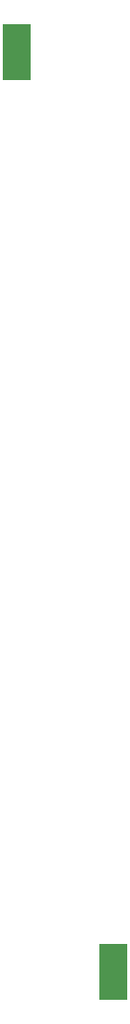
<source format=gbr>
G04 EAGLE Gerber X2 export*
%TF.Part,Single*%
%TF.FileFunction,Paste,Bot*%
%TF.FilePolarity,Positive*%
%TF.GenerationSoftware,Autodesk,EAGLE,9.2.0*%
%TF.CreationDate,2018-10-30T13:38:44Z*%
G75*
%MOMM*%
%FSLAX34Y34*%
%LPD*%
%INSolderpaste Bottom*%
%IPPOS*%
%AMOC8*
5,1,8,0,0,1.08239X$1,22.5*%
G01*
%ADD10R,2.540000X5.080000*%


D10*
X387350Y970000D03*
X475000Y133350D03*
M02*

</source>
